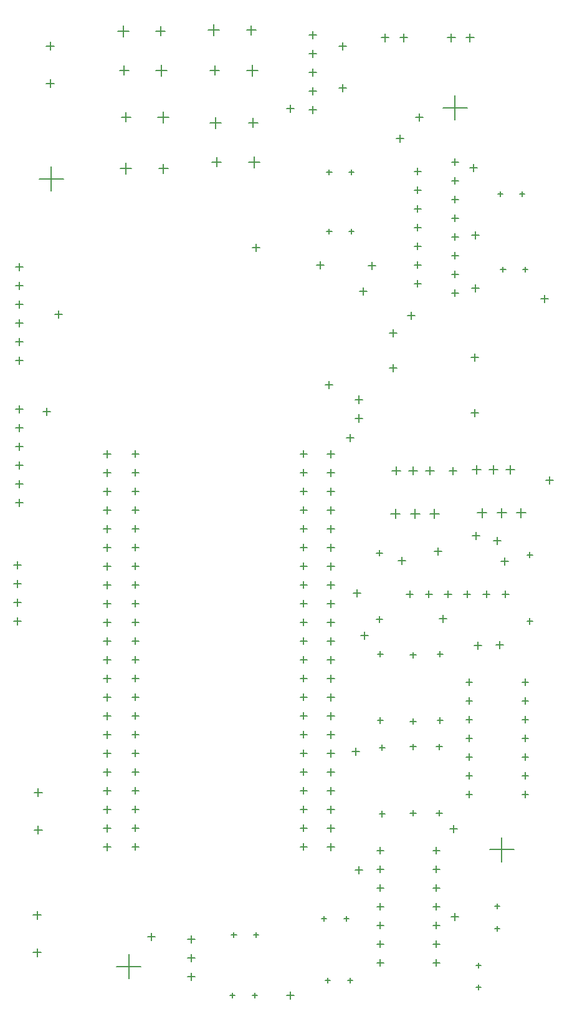
<source format=gbr>
%TF.GenerationSoftware,Altium Limited,Altium Designer,25.8.1 (18)*%
G04 Layer_Color=128*
%FSLAX45Y45*%
%MOMM*%
%TF.SameCoordinates,412E6415-05C8-40E6-B22C-806341DFC968*%
%TF.FilePolarity,Positive*%
%TF.FileFunction,Drillmap*%
%TF.Part,Single*%
G01*
G75*
%TA.AperFunction,NonConductor*%
%ADD47C,0.12700*%
D47*
X8477250Y8686800D02*
X8566150D01*
X8521700Y8642350D02*
Y8731250D01*
X10763250Y8686800D02*
X10852150D01*
X10807700Y8642350D02*
Y8731250D01*
X8477250Y8432800D02*
X8566150D01*
X8521700Y8388350D02*
Y8477250D01*
X8477250Y8178800D02*
X8566150D01*
X8521700Y8134350D02*
Y8223250D01*
X10763250Y8178800D02*
X10852150D01*
X10807700Y8134350D02*
Y8223250D01*
X8477250Y7924800D02*
X8566150D01*
X8521700Y7880350D02*
Y7969250D01*
X10763250Y7924800D02*
X10852150D01*
X10807700Y7880350D02*
Y7969250D01*
X8477250Y7670800D02*
X8566150D01*
X8521700Y7626350D02*
Y7715250D01*
X8477250Y7416800D02*
X8566150D01*
X8521700Y7372350D02*
Y7461250D01*
X8477250Y7162800D02*
X8566150D01*
X8521700Y7118350D02*
Y7207250D01*
X8477250Y6908800D02*
X8566150D01*
X8521700Y6864350D02*
Y6953250D01*
X8477250Y6654800D02*
X8566150D01*
X8521700Y6610350D02*
Y6699250D01*
X8477250Y6400800D02*
X8566150D01*
X8521700Y6356350D02*
Y6445250D01*
X8477250Y6146800D02*
X8566150D01*
X8521700Y6102350D02*
Y6191250D01*
X8477250Y5892800D02*
X8566150D01*
X8521700Y5848350D02*
Y5937250D01*
X8477250Y5638800D02*
X8566150D01*
X8521700Y5594350D02*
Y5683250D01*
X8477250Y5384800D02*
X8566150D01*
X8521700Y5340350D02*
Y5429250D01*
X10763250Y5384800D02*
X10852150D01*
X10807700Y5340350D02*
Y5429250D01*
X8477250Y5130800D02*
X8566150D01*
X8521700Y5086350D02*
Y5175250D01*
X10763250Y5130800D02*
X10852150D01*
X10807700Y5086350D02*
Y5175250D01*
X8477250Y4876800D02*
X8566150D01*
X8521700Y4832350D02*
Y4921250D01*
X10763250Y4876800D02*
X10852150D01*
X10807700Y4832350D02*
Y4921250D01*
X8477250Y4622800D02*
X8566150D01*
X8521700Y4578350D02*
Y4667250D01*
X10763250Y4622800D02*
X10852150D01*
X10807700Y4578350D02*
Y4667250D01*
X8477250Y4368800D02*
X8566150D01*
X8521700Y4324350D02*
Y4413250D01*
X10763250Y4368800D02*
X10852150D01*
X10807700Y4324350D02*
Y4413250D01*
X8477250Y4114800D02*
X8566150D01*
X8521700Y4070350D02*
Y4159250D01*
X10763250Y4114800D02*
X10852150D01*
X10807700Y4070350D02*
Y4159250D01*
X8477250Y3860800D02*
X8566150D01*
X8521700Y3816350D02*
Y3905250D01*
X10763250Y3860800D02*
X10852150D01*
X10807700Y3816350D02*
Y3905250D01*
X8477250Y3606800D02*
X8566150D01*
X8521700Y3562350D02*
Y3651250D01*
X10763250Y3606800D02*
X10852150D01*
X10807700Y3562350D02*
Y3651250D01*
X8477250Y3352800D02*
X8566150D01*
X8521700Y3308350D02*
Y3397250D01*
X10763250Y3352800D02*
X10852150D01*
X10807700Y3308350D02*
Y3397250D01*
X10763250Y8432800D02*
X10852150D01*
X10807700Y8388350D02*
Y8477250D01*
X10763250Y6908800D02*
X10852150D01*
X10807700Y6864350D02*
Y6953250D01*
X10763250Y6146800D02*
X10852150D01*
X10807700Y6102350D02*
Y6191250D01*
X10763250Y6654800D02*
X10852150D01*
X10807700Y6610350D02*
Y6699250D01*
X10763250Y7162800D02*
X10852150D01*
X10807700Y7118350D02*
Y7207250D01*
X10763250Y7670800D02*
X10852150D01*
X10807700Y7626350D02*
Y7715250D01*
X10763250Y6400800D02*
X10852150D01*
X10807700Y6356350D02*
Y6445250D01*
X10763250Y7416800D02*
X10852150D01*
X10807700Y7372350D02*
Y7461250D01*
X10763250Y5638800D02*
X10852150D01*
X10807700Y5594350D02*
Y5683250D01*
X10763250Y5892800D02*
X10852150D01*
X10807700Y5848350D02*
Y5937250D01*
X11126000Y3860800D02*
X11226000D01*
X11176000Y3810800D02*
Y3910800D01*
X11126000Y4622800D02*
X11226000D01*
X11176000Y4572800D02*
Y4672800D01*
X11126000Y5130800D02*
X11226000D01*
X11176000Y5080800D02*
Y5180800D01*
X11126000Y3606800D02*
X11226000D01*
X11176000Y3556800D02*
Y3656800D01*
X11126000Y4114800D02*
X11226000D01*
X11176000Y4064800D02*
Y4164800D01*
X11126000Y4876800D02*
X11226000D01*
X11176000Y4826800D02*
Y4926800D01*
X8090700Y7670800D02*
X8190700D01*
X8140700Y7620800D02*
Y7720800D01*
X6896900Y10464800D02*
X6996900D01*
X6946900Y10414800D02*
Y10514800D01*
X11126000Y4368800D02*
X11226000D01*
X11176000Y4318800D02*
Y4418800D01*
X8090700Y4622800D02*
X8190700D01*
X8140700Y4572800D02*
Y4672800D01*
X8090700Y7416800D02*
X8190700D01*
X8140700Y7366800D02*
Y7466800D01*
X6896900Y10210800D02*
X6996900D01*
X6946900Y10160800D02*
Y10260800D01*
X6896900Y8026400D02*
X6996900D01*
X6946900Y7976400D02*
Y8076400D01*
X6896900Y9296400D02*
X6996900D01*
X6946900Y9246400D02*
Y9346400D01*
X6896900Y9042400D02*
X6996900D01*
X6946900Y8992400D02*
Y9092400D01*
X6896900Y8280400D02*
X6996900D01*
X6946900Y8230400D02*
Y8330400D01*
X6896900Y8534400D02*
X6996900D01*
X6946900Y8484400D02*
Y8584400D01*
X6896900Y8788400D02*
X6996900D01*
X6946900Y8738400D02*
Y8838400D01*
X6871500Y7175500D02*
X6971500D01*
X6921500Y7125500D02*
Y7225500D01*
X6871500Y6921500D02*
X6971500D01*
X6921500Y6871500D02*
Y6971500D01*
X6871500Y6667500D02*
X6971500D01*
X6921500Y6617500D02*
Y6717500D01*
X6871500Y6413500D02*
X6971500D01*
X6921500Y6363500D02*
Y6463500D01*
X13081799Y9245600D02*
X13181799D01*
X13131799Y9195600D02*
Y9295600D01*
X13081799Y9995600D02*
X13181799D01*
X13131799Y9945600D02*
Y10045600D01*
X12312100Y12522200D02*
X12402100D01*
X12357100Y12477200D02*
Y12567200D01*
X12820100Y12395200D02*
X12910100D01*
X12865100Y12350200D02*
Y12440200D01*
X12312100Y12268200D02*
X12402100D01*
X12357100Y12223200D02*
Y12313200D01*
X12312100Y12014200D02*
X12402100D01*
X12357100Y11969200D02*
Y12059200D01*
X12820100Y11633200D02*
X12910100D01*
X12865100Y11588200D02*
Y11678200D01*
X12820100Y11379200D02*
X12910100D01*
X12865100Y11334200D02*
Y11424200D01*
X12312100Y11252200D02*
X12402100D01*
X12357100Y11207200D02*
Y11297200D01*
X12820100Y11125200D02*
X12910100D01*
X12865100Y11080200D02*
Y11170200D01*
X12312100Y10998200D02*
X12402100D01*
X12357100Y10953200D02*
Y11043200D01*
X12820100Y10871200D02*
X12910100D01*
X12865100Y10826200D02*
Y10916200D01*
X12312100Y11760200D02*
X12402100D01*
X12357100Y11715200D02*
Y11805200D01*
X12820100Y12649200D02*
X12910100D01*
X12865100Y12604200D02*
Y12694200D01*
X12820100Y11887200D02*
X12910100D01*
X12865100Y11842200D02*
Y11932200D01*
X12312100Y11506200D02*
X12402100D01*
X12357100Y11461200D02*
Y11551200D01*
X12820100Y12141200D02*
X12910100D01*
X12865100Y12096200D02*
Y12186200D01*
X11126000Y7670800D02*
X11226000D01*
X11176000Y7620800D02*
Y7720800D01*
X11126000Y7924800D02*
X11226000D01*
X11176000Y7874800D02*
Y7974800D01*
X13444501Y12217400D02*
X13514500D01*
X13479500Y12182400D02*
Y12252400D01*
X11120400Y11709400D02*
X11190400D01*
X11155400Y11674400D02*
Y11744400D01*
X11120400Y12509500D02*
X11190400D01*
X11155400Y12474500D02*
Y12544500D01*
X13697900Y7886700D02*
X13824899D01*
X13761400Y7823200D02*
Y7950200D01*
X12522200Y7874000D02*
X12649200D01*
X12585700Y7810500D02*
Y7937500D01*
X11834500Y3799000D02*
X11914500D01*
X11874500Y3759000D02*
Y3839000D01*
X11809100Y5069000D02*
X11889100D01*
X11849100Y5029000D02*
Y5109000D01*
X9563100Y12649200D02*
X9690100D01*
X9626600Y12585700D02*
Y12712700D01*
X9537700Y13893800D02*
X9664700D01*
X9601200Y13830299D02*
Y13957300D01*
X8839200Y12560300D02*
X8966200D01*
X8902700Y12496800D02*
Y12623800D01*
X8801100Y14427200D02*
X8928100D01*
X8864600Y14363699D02*
Y14490700D01*
X7133200Y2425700D02*
X7243200D01*
X7188200Y2370700D02*
Y2480700D01*
X9825000Y2159000D02*
X9895000D01*
X9860000Y2124000D02*
Y2194000D01*
X9233700Y2095500D02*
X9333700D01*
X9283700Y2045500D02*
Y2145500D01*
X13772600Y5588000D02*
X13862601D01*
X13817599Y5543000D02*
Y5633000D01*
X12566100Y3302000D02*
X12656100D01*
X12611100Y3257000D02*
Y3347000D01*
X9233700Y1841500D02*
X9333700D01*
X9283700Y1791500D02*
Y1891500D01*
X10884700Y13614400D02*
X10984700D01*
X10934700Y13564400D02*
Y13664400D01*
X11503660Y9423400D02*
X11610340D01*
X11557000Y9370060D02*
Y9476740D01*
X13482600Y11188700D02*
X13552600D01*
X13517599Y11153700D02*
Y11223700D01*
X9807500Y1333500D02*
X9877500D01*
X9842500Y1298500D02*
Y1368500D01*
X13147600Y1743800D02*
X13217599D01*
X13182600Y1708800D02*
Y1778800D01*
X11402900Y1536700D02*
X11472900D01*
X11437900Y1501700D02*
Y1571700D01*
X7145900Y4089400D02*
X7255900D01*
X7200900Y4034400D02*
Y4144400D01*
X13401601Y2243900D02*
X13471600D01*
X13436600Y2208900D02*
Y2278900D01*
X11352100Y2374900D02*
X11422100D01*
X11387100Y2339900D02*
Y2409900D01*
X6896900Y10718800D02*
X6996900D01*
X6946900Y10668800D02*
Y10768800D01*
X13772600Y5334000D02*
X13862601D01*
X13817599Y5289000D02*
Y5379000D01*
X13772600Y5080000D02*
X13862601D01*
X13817599Y5035000D02*
Y5125000D01*
X13772600Y4572000D02*
X13862601D01*
X13817599Y4527000D02*
Y4617000D01*
X13772600Y4318000D02*
X13862601D01*
X13817599Y4273000D02*
Y4363000D01*
X13010600Y4064000D02*
X13100600D01*
X13055600Y4019000D02*
Y4109000D01*
X12566100Y3048000D02*
X12656100D01*
X12611100Y3003000D02*
Y3093000D01*
X12566100Y2540000D02*
X12656100D01*
X12611100Y2495000D02*
Y2585000D01*
X12566100Y2032000D02*
X12656100D01*
X12611100Y1987000D02*
Y2077000D01*
X11804100Y1778000D02*
X11894100D01*
X11849100Y1733000D02*
Y1823000D01*
X11804100Y2286000D02*
X11894100D01*
X11849100Y2241000D02*
Y2331000D01*
X11804100Y2794000D02*
X11894100D01*
X11849100Y2749000D02*
Y2839000D01*
X9233700Y1587500D02*
X9333700D01*
X9283700Y1537500D02*
Y1637500D01*
X13841100Y6415200D02*
X13921100D01*
X13881100Y6375200D02*
Y6455200D01*
X11796400Y6440600D02*
X11876400D01*
X11836400Y6400600D02*
Y6480600D01*
X13100050Y8470900D02*
X13214349D01*
X13157201Y8413750D02*
Y8528050D01*
X12465050Y8458200D02*
X12579350D01*
X12522200Y8401050D02*
Y8515350D01*
X12722000Y6781900D02*
X12817000D01*
X12769500Y6734400D02*
Y6829400D01*
X13502699Y6781800D02*
X13597701D01*
X13550200Y6734300D02*
Y6829300D01*
X11126000Y8686800D02*
X11226000D01*
X11176000Y8636800D02*
Y8736800D01*
X10884700Y13360400D02*
X10984700D01*
X10934700Y13310400D02*
Y13410400D01*
X13744501Y12217400D02*
X13814500D01*
X13779500Y12182400D02*
Y12252400D01*
X13782600Y11188700D02*
X13852600D01*
X13817599Y11153700D02*
Y11223700D01*
X10107500Y1333500D02*
X10177500D01*
X10142500Y1298500D02*
Y1368500D01*
X10125000Y2159000D02*
X10195000D01*
X10160000Y2124000D02*
Y2194000D01*
X8090700Y3352800D02*
X8190700D01*
X8140700Y3302800D02*
Y3402800D01*
X11420400Y11709400D02*
X11490400D01*
X11455400Y11674400D02*
Y11744400D01*
X9537700Y13182600D02*
X9690100D01*
X9613900Y13106400D02*
Y13258800D01*
X9512300Y14439900D02*
X9664700D01*
X9588500Y14363699D02*
Y14516100D01*
X11052100Y2374900D02*
X11122100D01*
X11087100Y2339900D02*
Y2409900D01*
X11102900Y1536700D02*
X11172900D01*
X11137900Y1501700D02*
Y1571700D01*
X13147600Y1443800D02*
X13217599D01*
X13182600Y1408800D02*
Y1478800D01*
X13401601Y2543900D02*
X13471600D01*
X13436600Y2508900D02*
Y2578900D01*
X11420400Y12509500D02*
X11490400D01*
X11455400Y12474500D02*
Y12544500D01*
X8826500Y13258800D02*
X8978900D01*
X8902700Y13182600D02*
Y13335001D01*
X8801100Y13893800D02*
X8953500D01*
X8877300Y13817599D02*
Y13970000D01*
X13014960Y14338300D02*
X13121640D01*
X13068300Y14284959D02*
Y14391640D01*
X12113260Y14338300D02*
X12219940D01*
X12166600Y14284959D02*
Y14391640D01*
X7133200Y1917700D02*
X7243200D01*
X7188200Y1862700D02*
Y1972700D01*
X7145900Y3581400D02*
X7255900D01*
X7200900Y3526400D02*
Y3636400D01*
X6896900Y10972800D02*
X6996900D01*
X6946900Y10922800D02*
Y11022800D01*
X6896900Y11226800D02*
X6996900D01*
X6946900Y11176800D02*
Y11276800D01*
X12621900Y5969000D02*
X12701900D01*
X12661900Y5929000D02*
Y6009000D01*
X12621900Y5069000D02*
X12701900D01*
X12661900Y5029000D02*
Y5109000D01*
X13010600Y5080000D02*
X13100600D01*
X13055600Y5035000D02*
Y5125000D01*
X12566100Y1778000D02*
X12656100D01*
X12611100Y1733000D02*
Y1823000D01*
X12566100Y2286000D02*
X12656100D01*
X12611100Y2241000D02*
Y2331000D01*
X12566100Y2794000D02*
X12656100D01*
X12611100Y2749000D02*
Y2839000D01*
X11804100Y2032000D02*
X11894100D01*
X11849100Y1987000D02*
Y2077000D01*
X11804100Y2540000D02*
X11894100D01*
X11849100Y2495000D02*
Y2585000D01*
X11804100Y3048000D02*
X11894100D01*
X11849100Y3003000D02*
Y3093000D01*
X11804100Y3302000D02*
X11894100D01*
X11849100Y3257000D02*
Y3347000D01*
X13772600Y4064000D02*
X13862601D01*
X13817599Y4019000D02*
Y4109000D01*
X13772600Y4826000D02*
X13862601D01*
X13817599Y4781000D02*
Y4871000D01*
X13010600Y4318000D02*
X13100600D01*
X13055600Y4273000D02*
Y4363000D01*
X13010600Y4572000D02*
X13100600D01*
X13055600Y4527000D02*
Y4617000D01*
X13010600Y4826000D02*
X13100600D01*
X13055600Y4781000D02*
Y4871000D01*
X13010600Y5334000D02*
X13100600D01*
X13055600Y5289000D02*
Y5379000D01*
X13010600Y5588000D02*
X13100600D01*
X13055600Y5543000D02*
Y5633000D01*
X12609200Y3810000D02*
X12689200D01*
X12649200Y3770000D02*
Y3850000D01*
X12609200Y4710000D02*
X12689200D01*
X12649200Y4670000D02*
Y4750000D01*
X11834500Y4699000D02*
X11914500D01*
X11874500Y4659000D02*
Y4739000D01*
X11809100Y5969000D02*
X11889100D01*
X11849100Y5929000D02*
Y6009000D01*
X12253600Y5054600D02*
X12333600D01*
X12293600Y5014600D02*
Y5094600D01*
X12253600Y5954600D02*
X12333600D01*
X12293600Y5914600D02*
Y5994600D01*
X11994200Y7874000D02*
X12121200D01*
X12057700Y7810500D02*
Y7937500D01*
X12258200Y7874000D02*
X12385200D01*
X12321700Y7810500D02*
Y7937500D01*
X12253600Y3810000D02*
X12333600D01*
X12293600Y3770000D02*
Y3850000D01*
X12253600Y4710000D02*
X12333600D01*
X12293600Y4670000D02*
Y4750000D01*
X13169901Y7886700D02*
X13296899D01*
X13233400Y7823200D02*
Y7950200D01*
X13433900Y7886700D02*
X13560899D01*
X13497400Y7823200D02*
Y7950200D01*
X13242700Y6781800D02*
X13337700D01*
X13290199Y6734300D02*
Y6829300D01*
X12982700Y6781800D02*
X13077699D01*
X13030200Y6734300D02*
Y6829300D01*
X12462000Y6781900D02*
X12557000D01*
X12509500Y6734400D02*
Y6829400D01*
X12202000Y6781900D02*
X12297000D01*
X12249500Y6734400D02*
Y6829400D01*
X12007850Y8458200D02*
X12122150D01*
X12065000Y8401050D02*
Y8515350D01*
X12236450Y8458200D02*
X12350750D01*
X12293600Y8401050D02*
Y8515350D01*
X13557249Y8470900D02*
X13671550D01*
X13614400Y8413750D02*
Y8528050D01*
X13328650Y8470900D02*
X13442950D01*
X13385800Y8413750D02*
Y8528050D01*
X13841100Y7315200D02*
X13921100D01*
X13881100Y7275200D02*
Y7355200D01*
X11796400Y7340600D02*
X11876400D01*
X11836400Y7300600D02*
Y7380600D01*
X11126000Y8178800D02*
X11226000D01*
X11176000Y8128800D02*
Y8228800D01*
X11126000Y8432800D02*
X11226000D01*
X11176000Y8382800D02*
Y8482800D01*
X8090700Y5384800D02*
X8190700D01*
X8140700Y5334800D02*
Y5434800D01*
X8090700Y5130800D02*
X8190700D01*
X8140700Y5080800D02*
Y5180800D01*
X8090700Y4876800D02*
X8190700D01*
X8140700Y4826800D02*
Y4926800D01*
X8090700Y4368800D02*
X8190700D01*
X8140700Y4318800D02*
Y4418800D01*
X8090700Y4114800D02*
X8190700D01*
X8140700Y4064800D02*
Y4164800D01*
X8090700Y3860800D02*
X8190700D01*
X8140700Y3810800D02*
Y3910800D01*
X8090700Y3606800D02*
X8190700D01*
X8140700Y3556800D02*
Y3656800D01*
X10033000Y13893800D02*
X10185400D01*
X10109200Y13817599D02*
Y13970000D01*
X10058400Y12649200D02*
X10210800D01*
X10134600Y12573000D02*
Y12725400D01*
X10058400Y13182600D02*
X10185400D01*
X10121900Y13119099D02*
Y13246100D01*
X10033000Y14439900D02*
X10160000D01*
X10096500Y14376401D02*
Y14503400D01*
X8331200Y13258800D02*
X8458200D01*
X8394700Y13195300D02*
Y13322301D01*
X8305800Y13893800D02*
X8432800D01*
X8369300Y13830299D02*
Y13957300D01*
X7311000Y13716000D02*
X7421000D01*
X7366000Y13661000D02*
Y13771001D01*
X7311000Y14224001D02*
X7421000D01*
X7366000Y14169000D02*
Y14278999D01*
X11503660Y9169400D02*
X11610340D01*
X11557000Y9116060D02*
Y9222740D01*
X10884700Y13868401D02*
X10984700D01*
X10934700Y13818401D02*
Y13918401D01*
X10884700Y14376401D02*
X10984700D01*
X10934700Y14326401D02*
Y14426401D01*
X10884700Y14122400D02*
X10984700D01*
X10934700Y14072400D02*
Y14172400D01*
X8090700Y5638800D02*
X8190700D01*
X8140700Y5588800D02*
Y5688800D01*
X8090700Y5892800D02*
X8190700D01*
X8140700Y5842800D02*
Y5942800D01*
X8090700Y6146800D02*
X8190700D01*
X8140700Y6096800D02*
Y6196800D01*
X8090700Y6400800D02*
X8190700D01*
X8140700Y6350800D02*
Y6450800D01*
X8090700Y6654800D02*
X8190700D01*
X8140700Y6604800D02*
Y6704800D01*
X8090700Y6908800D02*
X8190700D01*
X8140700Y6858800D02*
Y6958800D01*
X8090700Y7162800D02*
X8190700D01*
X8140700Y7112800D02*
Y7212800D01*
X8090700Y8686800D02*
X8190700D01*
X8140700Y8636800D02*
Y8736800D01*
X8090700Y8178800D02*
X8190700D01*
X8140700Y8128800D02*
Y8228800D01*
X8090700Y7924800D02*
X8190700D01*
X8140700Y7874800D02*
Y7974800D01*
X8090700Y8432800D02*
X8190700D01*
X8140700Y8382800D02*
Y8482800D01*
X11126000Y7416800D02*
X11226000D01*
X11176000Y7366800D02*
Y7466800D01*
X12760960Y14338300D02*
X12867641D01*
X12814301Y14284959D02*
Y14391640D01*
X11859260Y14338300D02*
X11965940D01*
X11912600Y14284959D02*
Y14391640D01*
X6896900Y9956800D02*
X6996900D01*
X6946900Y9906800D02*
Y10006800D01*
X11126000Y7162800D02*
X11226000D01*
X11176000Y7112800D02*
Y7212800D01*
X11126000Y6908800D02*
X11226000D01*
X11176000Y6858800D02*
Y6958800D01*
X8280400Y14427200D02*
X8432800D01*
X8356600Y14350999D02*
Y14503400D01*
X8318500Y12560300D02*
X8470900D01*
X8394700Y12484100D02*
Y12636500D01*
X11126000Y6146800D02*
X11226000D01*
X11176000Y6096800D02*
Y6196800D01*
X11126000Y3352800D02*
X11226000D01*
X11176000Y3302800D02*
Y3402800D01*
X11126000Y6400800D02*
X11226000D01*
X11176000Y6350800D02*
Y6450800D01*
X11126000Y6654800D02*
X11226000D01*
X11176000Y6604800D02*
Y6704800D01*
X11126000Y5638800D02*
X11226000D01*
X11176000Y5588800D02*
Y5688800D01*
X11126000Y5892800D02*
X11226000D01*
X11176000Y5842800D02*
Y5942800D01*
X11126000Y5384800D02*
X11226000D01*
X11176000Y5334800D02*
Y5434800D01*
X7213700Y12420600D02*
X7543700D01*
X7378700Y12255600D02*
Y12585600D01*
X13335100Y3314700D02*
X13665100D01*
X13500101Y3149700D02*
Y3479700D01*
X12700100Y13385800D02*
X13030099D01*
X12865100Y13220799D02*
Y13550800D01*
X8267800Y1727200D02*
X8597800D01*
X8432800Y1562200D02*
Y1892200D01*
X11583200Y6223000D02*
X11683200D01*
X11633200Y6173000D02*
Y6273000D01*
X11481600Y6794500D02*
X11581600D01*
X11531600Y6744500D02*
Y6844500D01*
X7265200Y9258300D02*
X7365200D01*
X7315200Y9208300D02*
Y9308300D01*
X12218200Y10566400D02*
X12318200D01*
X12268200Y10516400D02*
Y10616400D01*
X12815100Y2400300D02*
X12915100D01*
X12865100Y2350300D02*
Y2450300D01*
X8687600Y2133600D02*
X8787600D01*
X8737600Y2083600D02*
Y2183600D01*
X11291100Y13652499D02*
X11391100D01*
X11341100Y13602499D02*
Y13702499D01*
X13069099Y12573000D02*
X13169099D01*
X13119099Y12523000D02*
Y12623000D01*
X12332500Y13258800D02*
X12432500D01*
X12382500Y13208800D02*
Y13308800D01*
X14034300Y10795000D02*
X14134300D01*
X14084300Y10745000D02*
Y10845000D01*
X11684800Y11239500D02*
X11784800D01*
X11734800Y11189500D02*
Y11289500D01*
X11570500Y10896600D02*
X11670500D01*
X11620500Y10846600D02*
Y10946600D01*
X13094501Y10934700D02*
X13194501D01*
X13144501Y10884700D02*
Y10984700D01*
X11392700Y8902700D02*
X11492700D01*
X11442700Y8852700D02*
Y8952700D01*
X12798249Y3596702D02*
X12898248D01*
X12848248Y3546702D02*
Y3646702D01*
X12789700Y8458200D02*
X12889700D01*
X12839700Y8408200D02*
Y8508200D01*
X13488200Y7226300D02*
X13588200D01*
X13538200Y7176300D02*
Y7276300D01*
X12650000Y6451600D02*
X12750000D01*
X12700000Y6401600D02*
Y6501600D01*
X10579900Y1333500D02*
X10679900D01*
X10629900Y1283500D02*
Y1383500D01*
X10986300Y11252200D02*
X11086300D01*
X11036300Y11202200D02*
Y11302200D01*
X10109718Y11485534D02*
X10209717D01*
X10159718Y11435534D02*
Y11535533D01*
X7430300Y10579100D02*
X7530300D01*
X7480300Y10529100D02*
Y10629100D01*
X13127679Y6088221D02*
X13227679D01*
X13177679Y6038221D02*
Y6138221D01*
X11100600Y9626600D02*
X11200600D01*
X11150600Y9576600D02*
Y9676600D01*
X13094501Y11658600D02*
X13194501D01*
X13144501Y11608600D02*
Y11708600D01*
X12586500Y7366000D02*
X12686500D01*
X12636500Y7316000D02*
Y7416000D01*
X12091200Y7239000D02*
X12191200D01*
X12141200Y7189000D02*
Y7289000D01*
X13100912Y7575796D02*
X13200912D01*
X13150912Y7525796D02*
Y7625796D01*
X13424699Y6096000D02*
X13524699D01*
X13474699Y6046000D02*
Y6146000D01*
X11468900Y4648200D02*
X11568900D01*
X11518900Y4598200D02*
Y4698200D01*
X11507000Y3035300D02*
X11607000D01*
X11557000Y2985300D02*
Y3085300D01*
X10579900Y13373100D02*
X10679900D01*
X10629900Y13323100D02*
Y13423100D01*
X12065800Y12966701D02*
X12165800D01*
X12115800Y12916701D02*
Y13016701D01*
X11291100Y14224001D02*
X11391100D01*
X11341100Y14174001D02*
Y14274001D01*
X14097800Y8329600D02*
X14197800D01*
X14147800Y8279600D02*
Y8379600D01*
X13387231Y7505068D02*
X13487231D01*
X13437231Y7455068D02*
Y7555068D01*
X11976900Y10325100D02*
X12076900D01*
X12026900Y10275100D02*
Y10375100D01*
X11976900Y9855200D02*
X12076900D01*
X12026900Y9805200D02*
Y9905200D01*
%TF.MD5,8293fd4a441ac9bfc28928905a9c7771*%
M02*

</source>
